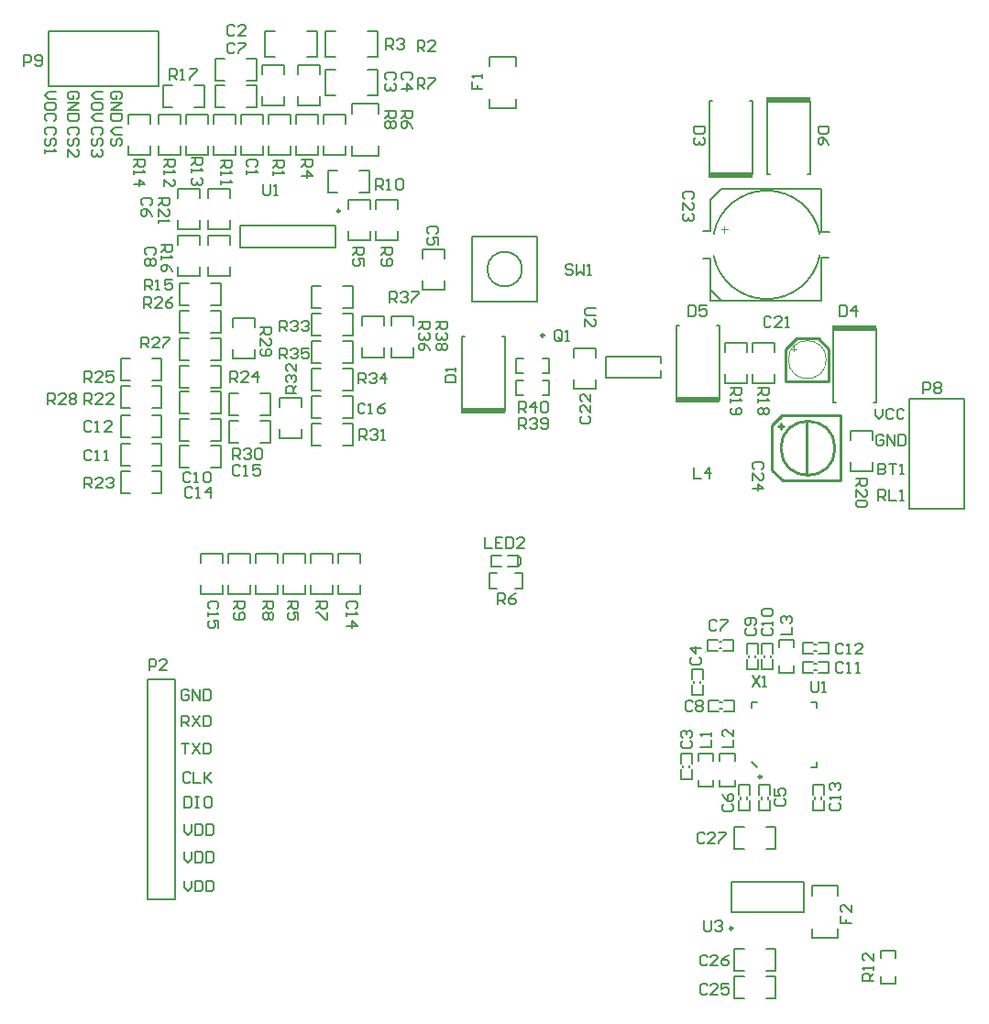
<source format=gto>
G04 Layer_Color=65535*
%FSLAX44Y44*%
%MOMM*%
G71*
G01*
G75*
%ADD27C,0.2540*%
%ADD43C,0.2000*%
%ADD60C,0.1524*%
%ADD61C,0.1000*%
%ADD62C,0.2500*%
%ADD63C,0.1270*%
%ADD64C,0.1778*%
%ADD65C,0.1016*%
%ADD66R,4.1656X0.5080*%
D27*
X755600Y70220D02*
G03*
X755600Y70220I-25000J0D01*
G01*
X740000Y172000D02*
X750000Y162000D01*
X720000Y172000D02*
X740000D01*
X710000Y162000D02*
X720000Y172000D01*
X710000Y132000D02*
Y162000D01*
Y132000D02*
X750000D01*
Y162000D01*
X703100Y90220D02*
X708100D01*
X760600Y40220D02*
Y100220D01*
X697600Y50220D02*
Y52220D01*
Y50220D02*
X707600Y40220D01*
X697600Y89220D02*
Y91220D01*
X705600Y99220D01*
X707600Y40220D02*
X760600D01*
X697600Y50220D02*
X705600Y42220D01*
X706600Y100220D02*
X760600D01*
X697600Y91220D02*
X706600Y100220D01*
X697600Y50220D02*
Y91220D01*
X729600Y46220D02*
Y94220D01*
X705600Y87720D02*
Y92720D01*
D43*
X594710Y135730D02*
Y142345D01*
X543910Y135730D02*
X594710D01*
X543910D02*
Y154780D01*
X594710D01*
Y148695D02*
Y154780D01*
X130795Y404594D02*
Y455393D01*
X29195Y404594D02*
Y455393D01*
X130795D01*
X29195Y404594D02*
X130795D01*
X824601Y14199D02*
X875401D01*
X824601Y115799D02*
X875401D01*
Y14199D02*
Y115799D01*
X824601Y14199D02*
Y115799D01*
X206540Y255800D02*
Y275800D01*
X294540Y255800D02*
Y275800D01*
X206540Y255800D02*
X294540D01*
X206540Y275800D02*
X294540D01*
X120330Y-346710D02*
Y-143510D01*
Y-346710D02*
X145730D01*
Y-143510D01*
X120330D02*
X145730D01*
X737090Y-253730D02*
Y-251730D01*
X743090Y-253730D02*
Y-251730D01*
X733340Y-224310D02*
X738340D01*
Y-219310D01*
Y-169310D02*
Y-164310D01*
X733340D02*
X738340D01*
X678340D02*
X683340D01*
X678340Y-169310D02*
Y-164310D01*
Y-219310D02*
X683340Y-224310D01*
X736550Y-129080D02*
X738550D01*
X736550Y-135080D02*
X738550D01*
X736550Y-117300D02*
X738550D01*
X736550Y-111300D02*
X738550D01*
X696100Y-122920D02*
Y-120920D01*
X690100Y-122920D02*
Y-120920D01*
X682130Y-122920D02*
Y-120920D01*
X676130Y-122920D02*
Y-120920D01*
X649320Y-164640D02*
X651320D01*
X649320Y-170640D02*
X651320D01*
X648920Y-114760D02*
X650920D01*
X648920Y-108760D02*
X650920D01*
X687560Y-253730D02*
Y-251730D01*
X693560Y-253730D02*
Y-251730D01*
X668510Y-253730D02*
Y-251730D01*
X674510Y-253730D02*
Y-251730D01*
X625330Y-146650D02*
Y-144650D01*
X631330Y-146650D02*
Y-144650D01*
X621170Y-224520D02*
Y-222520D01*
X615170Y-224520D02*
Y-222520D01*
X659600Y-358170D02*
X726600D01*
X659600Y-330170D02*
X726600D01*
X659600Y-358170D02*
Y-330170D01*
X726600Y-358170D02*
Y-330170D01*
D60*
X466478Y235640D02*
G03*
X466478Y235640I-16008J0D01*
G01*
X480470Y205640D02*
Y265640D01*
X420470D02*
X480470D01*
X420470Y205640D02*
Y265640D01*
Y205640D02*
X480470D01*
X735090Y-264480D02*
Y-255230D01*
Y-250230D02*
Y-240980D01*
X745090Y-264480D02*
Y-255230D01*
Y-250230D02*
Y-240980D01*
X735090Y-240980D02*
X745090Y-240980D01*
X735090Y-264480D02*
X745090D01*
X725800Y-127080D02*
X735050D01*
X740050D02*
X749300D01*
X725800Y-137080D02*
X735050D01*
X740050D02*
X749300D01*
X749300Y-127080D01*
X725800Y-137080D02*
Y-127080D01*
X740050Y-119300D02*
X749300D01*
X725800D02*
X735050D01*
X740050Y-109300D02*
X749300D01*
X725800D02*
X735050D01*
X725800Y-119300D02*
X725800Y-109300D01*
X749300Y-119300D02*
Y-109300D01*
X698100Y-119420D02*
Y-110170D01*
Y-133670D02*
Y-124420D01*
X688100Y-119420D02*
Y-110170D01*
Y-133670D02*
Y-124420D01*
Y-133670D02*
X698100Y-133670D01*
X688100Y-110170D02*
X698100D01*
X684130Y-119420D02*
Y-110170D01*
Y-133670D02*
Y-124420D01*
X674130Y-119420D02*
Y-110170D01*
Y-133670D02*
Y-124420D01*
Y-133670D02*
X684130Y-133670D01*
X674130Y-110170D02*
X684130D01*
X638570Y-162640D02*
X647820D01*
X652820D02*
X662070D01*
X638570Y-172640D02*
X647820D01*
X652820D02*
X662070D01*
X662070Y-162640D01*
X638570Y-172640D02*
Y-162640D01*
X652420Y-116760D02*
X661670D01*
X638170D02*
X647420D01*
X652420Y-106760D02*
X661670D01*
X638170D02*
X647420D01*
X638170Y-116760D02*
X638170Y-106760D01*
X661670Y-116760D02*
Y-106760D01*
X685560Y-264480D02*
Y-255230D01*
Y-250230D02*
Y-240980D01*
X695560Y-264480D02*
Y-255230D01*
Y-250230D02*
Y-240980D01*
X685560Y-240980D02*
X695560Y-240980D01*
X685560Y-264480D02*
X695560D01*
X666510D02*
Y-255230D01*
Y-250230D02*
Y-240980D01*
X676510Y-264480D02*
Y-255230D01*
Y-250230D02*
Y-240980D01*
X666510Y-240980D02*
X676510Y-240980D01*
X666510Y-264480D02*
X676510D01*
X623330Y-157400D02*
Y-148150D01*
Y-143150D02*
Y-133900D01*
X633330Y-157400D02*
Y-148150D01*
Y-143150D02*
Y-133900D01*
X623330Y-133900D02*
X633330Y-133900D01*
X623330Y-157400D02*
X633330D01*
X623170Y-221020D02*
Y-211770D01*
Y-235270D02*
Y-226020D01*
X613170Y-221020D02*
Y-211770D01*
Y-235270D02*
Y-226020D01*
Y-235270D02*
X623170Y-235270D01*
X613170Y-211770D02*
X623170D01*
D61*
X747500Y152000D02*
G03*
X747500Y152000I-17500J0D01*
G01*
X717500Y162000D02*
Y164500D01*
Y159500D02*
Y162000D01*
X715000D02*
X720000D01*
X635759Y-118309D02*
G03*
X635759Y-118309I-500J0D01*
G01*
D62*
X486760Y174360D02*
G03*
X486760Y174360I-1250J0D01*
G01*
X298390Y289300D02*
G03*
X298390Y289300I-1250J0D01*
G01*
X687590Y-233310D02*
G03*
X687590Y-233310I-1250J0D01*
G01*
X660850Y-373170D02*
G03*
X660850Y-373170I-1250J0D01*
G01*
D63*
X643442Y248180D02*
G03*
X741500Y248180I49029J9806D01*
G01*
X741529Y267986D02*
G03*
X643471Y267986I-49029J-9806D01*
G01*
X743250Y269930D02*
Y309680D01*
Y269930D02*
X750250D01*
X650500Y309680D02*
X743250D01*
Y246430D02*
X743250Y246430D01*
Y206680D02*
Y246430D01*
X633750Y270430D02*
X640250D01*
X633750Y245430D02*
X640250D01*
X640500Y270430D02*
Y299680D01*
X650500Y309680D01*
X743250Y246430D02*
X750000D01*
X640250Y231680D02*
Y245430D01*
X640500Y216680D02*
X650500Y206680D01*
X640250Y225180D02*
Y245430D01*
X640250Y225180D02*
X640250Y225180D01*
Y216680D02*
Y245430D01*
Y206680D02*
Y245430D01*
X640250Y206680D02*
X640250Y206680D01*
X640250Y206680D02*
X743250D01*
X513745Y238571D02*
X512079Y240237D01*
X508746D01*
X507080Y238571D01*
Y236905D01*
X508746Y235238D01*
X512079D01*
X513745Y233572D01*
Y231906D01*
X512079Y230240D01*
X508746D01*
X507080Y231906D01*
X517077Y240237D02*
Y230240D01*
X520409Y233572D01*
X523741Y230240D01*
Y240237D01*
X527074Y230240D02*
X530406D01*
X528740D01*
Y240237D01*
X527074Y238571D01*
X387141Y268025D02*
X388807Y269692D01*
Y273024D01*
X387141Y274690D01*
X380476D01*
X378810Y273024D01*
Y269692D01*
X380476Y268025D01*
X388807Y258029D02*
Y264693D01*
X383809D01*
X385475Y261361D01*
Y259695D01*
X383809Y258029D01*
X380476D01*
X378810Y259695D01*
Y263027D01*
X380476Y264693D01*
X220771Y330256D02*
X222437Y331922D01*
Y335254D01*
X220771Y336920D01*
X214106D01*
X212440Y335254D01*
Y331922D01*
X214106Y330256D01*
X212440Y326923D02*
Y323591D01*
Y325257D01*
X222437D01*
X220771Y326923D01*
X201325Y459551D02*
X199659Y461217D01*
X196326D01*
X194660Y459551D01*
Y452886D01*
X196326Y451220D01*
X199659D01*
X201325Y452886D01*
X211322Y451220D02*
X204657D01*
X211322Y457885D01*
Y459551D01*
X209655Y461217D01*
X206323D01*
X204657Y459551D01*
X348331Y410336D02*
X349997Y412002D01*
Y415334D01*
X348331Y417000D01*
X341666D01*
X340000Y415334D01*
Y412002D01*
X341666Y410336D01*
X348331Y407003D02*
X349997Y405337D01*
Y402005D01*
X348331Y400339D01*
X346665D01*
X344999Y402005D01*
Y403671D01*
Y402005D01*
X343332Y400339D01*
X341666D01*
X340000Y402005D01*
Y405337D01*
X341666Y407003D01*
X363331Y410336D02*
X364997Y412002D01*
Y415334D01*
X363331Y417000D01*
X356666D01*
X355000Y415334D01*
Y412002D01*
X356666Y410336D01*
X355000Y402005D02*
X364997D01*
X359999Y407003D01*
Y400339D01*
X122981Y294695D02*
X124647Y296362D01*
Y299694D01*
X122981Y301360D01*
X116316D01*
X114650Y299694D01*
Y296362D01*
X116316Y294695D01*
X124647Y284699D02*
X122981Y288031D01*
X119649Y291363D01*
X116316D01*
X114650Y289697D01*
Y286365D01*
X116316Y284699D01*
X117983D01*
X119649Y286365D01*
Y291363D01*
X201325Y443041D02*
X199659Y444707D01*
X196326D01*
X194660Y443041D01*
Y436376D01*
X196326Y434710D01*
X199659D01*
X201325Y436376D01*
X204657Y444707D02*
X211322D01*
Y443041D01*
X204657Y436376D01*
Y434710D01*
X126791Y248976D02*
X128457Y250642D01*
Y253974D01*
X126791Y255640D01*
X120126D01*
X118460Y253974D01*
Y250642D01*
X120126Y248976D01*
X126791Y245643D02*
X128457Y243977D01*
Y240645D01*
X126791Y238979D01*
X125125D01*
X123459Y240645D01*
X121792Y238979D01*
X120126D01*
X118460Y240645D01*
Y243977D01*
X120126Y245643D01*
X121792D01*
X123459Y243977D01*
X125125Y245643D01*
X126791D01*
X123459Y243977D02*
Y240645D01*
X160685Y46801D02*
X159019Y48467D01*
X155686D01*
X154020Y46801D01*
Y40136D01*
X155686Y38470D01*
X159019D01*
X160685Y40136D01*
X164017Y38470D02*
X167349D01*
X165683D01*
Y48467D01*
X164017Y46801D01*
X172348D02*
X174014Y48467D01*
X177346D01*
X179012Y46801D01*
Y40136D01*
X177346Y38470D01*
X174014D01*
X172348Y40136D01*
Y46801D01*
X69245Y67121D02*
X67579Y68787D01*
X64246D01*
X62580Y67121D01*
Y60456D01*
X64246Y58790D01*
X67579D01*
X69245Y60456D01*
X72577Y58790D02*
X75909D01*
X74243D01*
Y68787D01*
X72577Y67121D01*
X80908Y58790D02*
X84240D01*
X82574D01*
Y68787D01*
X80908Y67121D01*
X69245Y93791D02*
X67579Y95457D01*
X64246D01*
X62580Y93791D01*
Y87126D01*
X64246Y85460D01*
X67579D01*
X69245Y87126D01*
X72577Y85460D02*
X75909D01*
X74243D01*
Y95457D01*
X72577Y93791D01*
X87572Y85460D02*
X80908D01*
X87572Y92125D01*
Y93791D01*
X85906Y95457D01*
X82574D01*
X80908Y93791D01*
X161955Y32831D02*
X160289Y34497D01*
X156956D01*
X155290Y32831D01*
Y26166D01*
X156956Y24500D01*
X160289D01*
X161955Y26166D01*
X165287Y24500D02*
X168619D01*
X166953D01*
Y34497D01*
X165287Y32831D01*
X178616Y24500D02*
Y34497D01*
X173618Y29498D01*
X180282D01*
X206405Y53151D02*
X204739Y54817D01*
X201406D01*
X199740Y53151D01*
Y46486D01*
X201406Y44820D01*
X204739D01*
X206405Y46486D01*
X209737Y44820D02*
X213069D01*
X211403D01*
Y54817D01*
X209737Y53151D01*
X224732Y54817D02*
X218068D01*
Y49818D01*
X221400Y51485D01*
X223066D01*
X224732Y49818D01*
Y46486D01*
X223066Y44820D01*
X219734D01*
X218068Y46486D01*
X321665Y110331D02*
X319999Y111997D01*
X316666D01*
X315000Y110331D01*
Y103666D01*
X316666Y102000D01*
X319999D01*
X321665Y103666D01*
X324997Y102000D02*
X328329D01*
X326663D01*
Y111997D01*
X324997Y110331D01*
X339992Y111997D02*
X336660Y110331D01*
X333328Y106998D01*
Y103666D01*
X334994Y102000D01*
X338326D01*
X339992Y103666D01*
Y105332D01*
X338326Y106998D01*
X333328D01*
X696665Y190331D02*
X694999Y191997D01*
X691666D01*
X690000Y190331D01*
Y183666D01*
X691666Y182000D01*
X694999D01*
X696665Y183666D01*
X706662Y182000D02*
X699997D01*
X706662Y188664D01*
Y190331D01*
X704995Y191997D01*
X701663D01*
X699997Y190331D01*
X709994Y182000D02*
X713326D01*
X711660D01*
Y191997D01*
X709994Y190331D01*
X521610Y99745D02*
X519943Y98078D01*
Y94746D01*
X521610Y93080D01*
X528274D01*
X529940Y94746D01*
Y98078D01*
X528274Y99745D01*
X529940Y109741D02*
Y103077D01*
X523276Y109741D01*
X521610D01*
X519943Y108075D01*
Y104743D01*
X521610Y103077D01*
X529940Y119738D02*
Y113074D01*
X523276Y119738D01*
X521610D01*
X519943Y118072D01*
Y114740D01*
X521610Y113074D01*
X623331Y300336D02*
X624997Y302002D01*
Y305334D01*
X623331Y307000D01*
X616666D01*
X615000Y305334D01*
Y302002D01*
X616666Y300336D01*
X615000Y290339D02*
Y297003D01*
X621665Y290339D01*
X623331D01*
X624997Y292005D01*
Y295337D01*
X623331Y297003D01*
Y287006D02*
X624997Y285340D01*
Y282008D01*
X623331Y280342D01*
X621665D01*
X619999Y282008D01*
Y283674D01*
Y282008D01*
X618332Y280342D01*
X616666D01*
X615000Y282008D01*
Y285340D01*
X616666Y287006D01*
X688131Y50855D02*
X689797Y52522D01*
Y55854D01*
X688131Y57520D01*
X681466D01*
X679800Y55854D01*
Y52522D01*
X681466Y50855D01*
X679800Y40859D02*
Y47523D01*
X686465Y40859D01*
X688131D01*
X689797Y42525D01*
Y45857D01*
X688131Y47523D01*
X679800Y32528D02*
X689797D01*
X684799Y37527D01*
Y30862D01*
X634997Y367000D02*
X625000D01*
Y362002D01*
X626666Y360336D01*
X633331D01*
X634997Y362002D01*
Y367000D01*
X633331Y357003D02*
X634997Y355337D01*
Y352005D01*
X633331Y350339D01*
X631665D01*
X629999Y352005D01*
Y353671D01*
Y352005D01*
X628332Y350339D01*
X626666D01*
X625000Y352005D01*
Y355337D01*
X626666Y357003D01*
X760000Y201997D02*
Y192000D01*
X764999D01*
X766665Y193666D01*
Y200331D01*
X764999Y201997D01*
X760000D01*
X774995Y192000D02*
Y201997D01*
X769997Y196998D01*
X776662D01*
X620000Y201997D02*
Y192000D01*
X624999D01*
X626665Y193666D01*
Y200331D01*
X624999Y201997D01*
X620000D01*
X636661D02*
X629997D01*
Y196998D01*
X633329Y198665D01*
X634995D01*
X636661Y196998D01*
Y193666D01*
X634995Y192000D01*
X631663D01*
X629997Y193666D01*
X749997Y367000D02*
X740000D01*
Y362002D01*
X741666Y360336D01*
X748331D01*
X749997Y362002D01*
Y367000D01*
Y350339D02*
X748331Y353671D01*
X744999Y357003D01*
X741666D01*
X740000Y355337D01*
Y352005D01*
X741666Y350339D01*
X743333D01*
X744999Y352005D01*
Y357003D01*
X420003Y408665D02*
Y402000D01*
X425002D01*
Y405332D01*
Y402000D01*
X430000D01*
Y411997D02*
Y415329D01*
Y413663D01*
X420003D01*
X421670Y411997D01*
X625000Y51997D02*
Y42000D01*
X631665D01*
X639995D02*
Y51997D01*
X634997Y46998D01*
X641662D01*
X236570Y335650D02*
X246567D01*
Y330652D01*
X244901Y328985D01*
X241569D01*
X239902Y330652D01*
Y335650D01*
Y332318D02*
X236570Y328985D01*
Y325653D02*
Y322321D01*
Y323987D01*
X246567D01*
X244901Y325653D01*
X370000Y437000D02*
Y446997D01*
X374999D01*
X376665Y445331D01*
Y441998D01*
X374999Y440332D01*
X370000D01*
X373332D02*
X376665Y437000D01*
X386661D02*
X379997D01*
X386661Y443665D01*
Y445331D01*
X384995Y446997D01*
X381663D01*
X379997Y445331D01*
X340710Y438520D02*
Y448517D01*
X345709D01*
X347375Y446851D01*
Y443518D01*
X345709Y441852D01*
X340710D01*
X344043D02*
X347375Y438520D01*
X350707Y446851D02*
X352373Y448517D01*
X355705D01*
X357371Y446851D01*
Y445185D01*
X355705Y443518D01*
X354039D01*
X355705D01*
X357371Y441852D01*
Y440186D01*
X355705Y438520D01*
X352373D01*
X350707Y440186D01*
X263240Y336920D02*
X273237D01*
Y331922D01*
X271571Y330256D01*
X268239D01*
X266572Y331922D01*
Y336920D01*
Y333588D02*
X263240Y330256D01*
Y321925D02*
X273237D01*
X268239Y326923D01*
Y320259D01*
X310230Y255640D02*
X320227D01*
Y250642D01*
X318561Y248976D01*
X315229D01*
X313563Y250642D01*
Y255640D01*
Y252308D02*
X310230Y248976D01*
X320227Y238979D02*
Y245643D01*
X315229D01*
X316895Y242311D01*
Y240645D01*
X315229Y238979D01*
X311896D01*
X310230Y240645D01*
Y243977D01*
X311896Y245643D01*
X355000Y382000D02*
X364997D01*
Y377002D01*
X363331Y375336D01*
X359999D01*
X358332Y377002D01*
Y382000D01*
Y378668D02*
X355000Y375336D01*
X364997Y365339D02*
X363331Y368671D01*
X359999Y372003D01*
X356666D01*
X355000Y370337D01*
Y367005D01*
X356666Y365339D01*
X358332D01*
X359999Y367005D01*
Y372003D01*
X370000Y402000D02*
Y411997D01*
X374999D01*
X376665Y410331D01*
Y406998D01*
X374999Y405332D01*
X370000D01*
X373332D02*
X376665Y402000D01*
X379997Y411997D02*
X386661D01*
Y410331D01*
X379997Y403666D01*
Y402000D01*
X340000Y382000D02*
X349997D01*
Y377002D01*
X348331Y375336D01*
X344999D01*
X343332Y377002D01*
Y382000D01*
Y378668D02*
X340000Y375336D01*
X348331Y372003D02*
X349997Y370337D01*
Y367005D01*
X348331Y365339D01*
X346665D01*
X344999Y367005D01*
X343332Y365339D01*
X341666D01*
X340000Y367005D01*
Y370337D01*
X341666Y372003D01*
X343332D01*
X344999Y370337D01*
X346665Y372003D01*
X348331D01*
X344999Y370337D02*
Y367005D01*
X336900Y255640D02*
X346897D01*
Y250642D01*
X345231Y248976D01*
X341899D01*
X340233Y250642D01*
Y255640D01*
Y252308D02*
X336900Y248976D01*
X338566Y245643D02*
X336900Y243977D01*
Y240645D01*
X338566Y238979D01*
X345231D01*
X346897Y240645D01*
Y243977D01*
X345231Y245643D01*
X343565D01*
X341899Y243977D01*
Y238979D01*
X331820Y308980D02*
Y318977D01*
X336819D01*
X338485Y317311D01*
Y313978D01*
X336819Y312312D01*
X331820D01*
X335153D02*
X338485Y308980D01*
X341817D02*
X345149D01*
X343483D01*
Y318977D01*
X341817Y317311D01*
X350148D02*
X351814Y318977D01*
X355146D01*
X356812Y317311D01*
Y310646D01*
X355146Y308980D01*
X351814D01*
X350148Y310646D01*
Y317311D01*
X188310Y335650D02*
X198307D01*
Y330652D01*
X196641Y328985D01*
X193309D01*
X191642Y330652D01*
Y335650D01*
Y332318D02*
X188310Y328985D01*
Y325653D02*
Y322321D01*
Y323987D01*
X198307D01*
X196641Y325653D01*
X188310Y317323D02*
Y313990D01*
Y315657D01*
X198307D01*
X196641Y317323D01*
X136240Y336920D02*
X146237D01*
Y331922D01*
X144571Y330256D01*
X141239D01*
X139572Y331922D01*
Y336920D01*
Y333588D02*
X136240Y330256D01*
Y326923D02*
Y323591D01*
Y325257D01*
X146237D01*
X144571Y326923D01*
X136240Y311928D02*
Y318593D01*
X142905Y311928D01*
X144571D01*
X146237Y313594D01*
Y316926D01*
X144571Y318593D01*
X161640Y338190D02*
X171637D01*
Y333192D01*
X169971Y331525D01*
X166639D01*
X164972Y333192D01*
Y338190D01*
Y334858D02*
X161640Y331525D01*
Y328193D02*
Y324861D01*
Y326527D01*
X171637D01*
X169971Y328193D01*
Y319863D02*
X171637Y318197D01*
Y314864D01*
X169971Y313198D01*
X168305D01*
X166639Y314864D01*
Y316530D01*
Y314864D01*
X164972Y313198D01*
X163306D01*
X161640Y314864D01*
Y318197D01*
X163306Y319863D01*
X108300Y336920D02*
X118297D01*
Y331922D01*
X116631Y330256D01*
X113299D01*
X111632Y331922D01*
Y336920D01*
Y333588D02*
X108300Y330256D01*
Y326923D02*
Y323591D01*
Y325257D01*
X118297D01*
X116631Y326923D01*
X108300Y313594D02*
X118297D01*
X113299Y318593D01*
Y311928D01*
X118460Y216270D02*
Y226267D01*
X123459D01*
X125125Y224601D01*
Y221268D01*
X123459Y219602D01*
X118460D01*
X121792D02*
X125125Y216270D01*
X128457D02*
X131789D01*
X130123D01*
Y226267D01*
X128457Y224601D01*
X143452Y226267D02*
X136788D01*
Y221268D01*
X140120Y222935D01*
X141786D01*
X143452Y221268D01*
Y217936D01*
X141786Y216270D01*
X138454D01*
X136788Y217936D01*
X133700Y258180D02*
X143697D01*
Y253182D01*
X142031Y251516D01*
X138699D01*
X137032Y253182D01*
Y258180D01*
Y254848D02*
X133700Y251516D01*
Y248183D02*
Y244851D01*
Y246517D01*
X143697D01*
X142031Y248183D01*
X143697Y233188D02*
X142031Y236520D01*
X138699Y239853D01*
X135366D01*
X133700Y238186D01*
Y234854D01*
X135366Y233188D01*
X137032D01*
X138699Y234854D01*
Y239853D01*
X141320Y410580D02*
Y420577D01*
X146319D01*
X147985Y418911D01*
Y415578D01*
X146319Y413912D01*
X141320D01*
X144653D02*
X147985Y410580D01*
X151317D02*
X154649D01*
X152983D01*
Y420577D01*
X151317Y418911D01*
X159648Y420577D02*
X166312D01*
Y418911D01*
X159648Y412246D01*
Y410580D01*
X684880Y126100D02*
X694877D01*
Y121102D01*
X693211Y119436D01*
X689879D01*
X688213Y121102D01*
Y126100D01*
Y122768D02*
X684880Y119436D01*
Y116103D02*
Y112771D01*
Y114437D01*
X694877D01*
X693211Y116103D01*
Y107773D02*
X694877Y106107D01*
Y102774D01*
X693211Y101108D01*
X691545D01*
X689879Y102774D01*
X688213Y101108D01*
X686546D01*
X684880Y102774D01*
Y106107D01*
X686546Y107773D01*
X688213D01*
X689879Y106107D01*
X691545Y107773D01*
X693211D01*
X689879Y106107D02*
Y102774D01*
X659480Y126100D02*
X669477D01*
Y121102D01*
X667811Y119436D01*
X664479D01*
X662812Y121102D01*
Y126100D01*
Y122768D02*
X659480Y119436D01*
Y116103D02*
Y112771D01*
Y114437D01*
X669477D01*
X667811Y116103D01*
X661146Y107773D02*
X659480Y106107D01*
Y102774D01*
X661146Y101108D01*
X667811D01*
X669477Y102774D01*
Y106107D01*
X667811Y107773D01*
X666145D01*
X664479Y106107D01*
Y101108D01*
X775050Y42280D02*
X785047D01*
Y37282D01*
X783381Y35615D01*
X780049D01*
X778382Y37282D01*
Y42280D01*
Y38948D02*
X775050Y35615D01*
Y25619D02*
Y32283D01*
X781715Y25619D01*
X783381D01*
X785047Y27285D01*
Y30617D01*
X783381Y32283D01*
Y22287D02*
X785047Y20620D01*
Y17288D01*
X783381Y15622D01*
X776716D01*
X775050Y17288D01*
Y20620D01*
X776716Y22287D01*
X783381D01*
X131160Y301360D02*
X141157D01*
Y296362D01*
X139491Y294695D01*
X136159D01*
X134493Y296362D01*
Y301360D01*
Y298028D02*
X131160Y294695D01*
Y284699D02*
Y291363D01*
X137825Y284699D01*
X139491D01*
X141157Y286365D01*
Y289697D01*
X139491Y291363D01*
X131160Y281367D02*
Y278034D01*
Y279700D01*
X141157D01*
X139491Y281367D01*
X62580Y110860D02*
Y120857D01*
X67579D01*
X69245Y119191D01*
Y115858D01*
X67579Y114192D01*
X62580D01*
X65912D02*
X69245Y110860D01*
X79241D02*
X72577D01*
X79241Y117525D01*
Y119191D01*
X77575Y120857D01*
X74243D01*
X72577Y119191D01*
X89238Y110860D02*
X82574D01*
X89238Y117525D01*
Y119191D01*
X87572Y120857D01*
X84240D01*
X82574Y119191D01*
X62580Y33390D02*
Y43387D01*
X67579D01*
X69245Y41721D01*
Y38388D01*
X67579Y36722D01*
X62580D01*
X65912D02*
X69245Y33390D01*
X79241D02*
X72577D01*
X79241Y40055D01*
Y41721D01*
X77575Y43387D01*
X74243D01*
X72577Y41721D01*
X82574D02*
X84240Y43387D01*
X87572D01*
X89238Y41721D01*
Y40055D01*
X87572Y38388D01*
X85906D01*
X87572D01*
X89238Y36722D01*
Y35056D01*
X87572Y33390D01*
X84240D01*
X82574Y35056D01*
X197200Y131180D02*
Y141177D01*
X202199D01*
X203865Y139511D01*
Y136178D01*
X202199Y134512D01*
X197200D01*
X200532D02*
X203865Y131180D01*
X213862D02*
X207197D01*
X213862Y137845D01*
Y139511D01*
X212195Y141177D01*
X208863D01*
X207197Y139511D01*
X222192Y131180D02*
Y141177D01*
X217194Y136178D01*
X223858D01*
X62580Y131180D02*
Y141177D01*
X67579D01*
X69245Y139511D01*
Y136178D01*
X67579Y134512D01*
X62580D01*
X65912D02*
X69245Y131180D01*
X79241D02*
X72577D01*
X79241Y137845D01*
Y139511D01*
X77575Y141177D01*
X74243D01*
X72577Y139511D01*
X89238Y141177D02*
X82574D01*
Y136178D01*
X85906Y137845D01*
X87572D01*
X89238Y136178D01*
Y132846D01*
X87572Y131180D01*
X84240D01*
X82574Y132846D01*
X117190Y199760D02*
Y209757D01*
X122189D01*
X123855Y208091D01*
Y204758D01*
X122189Y203092D01*
X117190D01*
X120522D02*
X123855Y199760D01*
X133851D02*
X127187D01*
X133851Y206425D01*
Y208091D01*
X132185Y209757D01*
X128853D01*
X127187Y208091D01*
X143848Y209757D02*
X140516Y208091D01*
X137184Y204758D01*
Y201426D01*
X138850Y199760D01*
X142182D01*
X143848Y201426D01*
Y203092D01*
X142182Y204758D01*
X137184D01*
X114650Y162930D02*
Y172927D01*
X119649D01*
X121315Y171261D01*
Y167928D01*
X119649Y166262D01*
X114650D01*
X117983D02*
X121315Y162930D01*
X131312D02*
X124647D01*
X131312Y169595D01*
Y171261D01*
X129645Y172927D01*
X126313D01*
X124647Y171261D01*
X134644Y172927D02*
X141308D01*
Y171261D01*
X134644Y164596D01*
Y162930D01*
X28290Y110860D02*
Y120857D01*
X33289D01*
X34955Y119191D01*
Y115858D01*
X33289Y114192D01*
X28290D01*
X31623D02*
X34955Y110860D01*
X44952D02*
X38287D01*
X44952Y117525D01*
Y119191D01*
X43285Y120857D01*
X39953D01*
X38287Y119191D01*
X48284D02*
X49950Y120857D01*
X53282D01*
X54948Y119191D01*
Y117525D01*
X53282Y115858D01*
X54948Y114192D01*
Y112526D01*
X53282Y110860D01*
X49950D01*
X48284Y112526D01*
Y114192D01*
X49950Y115858D01*
X48284Y117525D01*
Y119191D01*
X49950Y115858D02*
X53282D01*
X225140Y181980D02*
X235137D01*
Y176982D01*
X233471Y175315D01*
X230139D01*
X228472Y176982D01*
Y181980D01*
Y178648D02*
X225140Y175315D01*
Y165319D02*
Y171983D01*
X231805Y165319D01*
X233471D01*
X235137Y166985D01*
Y170317D01*
X233471Y171983D01*
X226806Y161987D02*
X225140Y160320D01*
Y156988D01*
X226806Y155322D01*
X233471D01*
X235137Y156988D01*
Y160320D01*
X233471Y161987D01*
X231805D01*
X230139Y160320D01*
Y155322D01*
X199740Y60060D02*
Y70057D01*
X204739D01*
X206405Y68391D01*
Y65058D01*
X204739Y63392D01*
X199740D01*
X203072D02*
X206405Y60060D01*
X209737Y68391D02*
X211403Y70057D01*
X214735D01*
X216402Y68391D01*
Y66725D01*
X214735Y65058D01*
X213069D01*
X214735D01*
X216402Y63392D01*
Y61726D01*
X214735Y60060D01*
X211403D01*
X209737Y61726D01*
X219734Y68391D02*
X221400Y70057D01*
X224732D01*
X226398Y68391D01*
Y61726D01*
X224732Y60060D01*
X221400D01*
X219734Y61726D01*
Y68391D01*
X316580Y77840D02*
Y87837D01*
X321579D01*
X323245Y86171D01*
Y82838D01*
X321579Y81172D01*
X316580D01*
X319912D02*
X323245Y77840D01*
X326577Y86171D02*
X328243Y87837D01*
X331575D01*
X333242Y86171D01*
Y84505D01*
X331575Y82838D01*
X329909D01*
X331575D01*
X333242Y81172D01*
Y79506D01*
X331575Y77840D01*
X328243D01*
X326577Y79506D01*
X336574Y77840D02*
X339906D01*
X338240D01*
Y87837D01*
X336574Y86171D01*
X258160Y121020D02*
X248163D01*
Y126018D01*
X249830Y127685D01*
X253162D01*
X254828Y126018D01*
Y121020D01*
Y124352D02*
X258160Y127685D01*
X249830Y131017D02*
X248163Y132683D01*
Y136015D01*
X249830Y137681D01*
X251496D01*
X253162Y136015D01*
Y134349D01*
Y136015D01*
X254828Y137681D01*
X256494D01*
X258160Y136015D01*
Y132683D01*
X256494Y131017D01*
X258160Y147678D02*
Y141014D01*
X251496Y147678D01*
X249830D01*
X248163Y146012D01*
Y142680D01*
X249830Y141014D01*
X242920Y178170D02*
Y188167D01*
X247919D01*
X249585Y186501D01*
Y183168D01*
X247919Y181502D01*
X242920D01*
X246252D02*
X249585Y178170D01*
X252917Y186501D02*
X254583Y188167D01*
X257915D01*
X259582Y186501D01*
Y184835D01*
X257915Y183168D01*
X256249D01*
X257915D01*
X259582Y181502D01*
Y179836D01*
X257915Y178170D01*
X254583D01*
X252917Y179836D01*
X262914Y186501D02*
X264580Y188167D01*
X267912D01*
X269578Y186501D01*
Y184835D01*
X267912Y183168D01*
X266246D01*
X267912D01*
X269578Y181502D01*
Y179836D01*
X267912Y178170D01*
X264580D01*
X262914Y179836D01*
X315310Y129910D02*
Y139907D01*
X320309D01*
X321975Y138241D01*
Y134908D01*
X320309Y133242D01*
X315310D01*
X318643D02*
X321975Y129910D01*
X325307Y138241D02*
X326973Y139907D01*
X330305D01*
X331972Y138241D01*
Y136575D01*
X330305Y134908D01*
X328639D01*
X330305D01*
X331972Y133242D01*
Y131576D01*
X330305Y129910D01*
X326973D01*
X325307Y131576D01*
X340302Y129910D02*
Y139907D01*
X335304Y134908D01*
X341968D01*
X242920Y152770D02*
Y162767D01*
X247919D01*
X249585Y161101D01*
Y157768D01*
X247919Y156102D01*
X242920D01*
X246252D02*
X249585Y152770D01*
X252917Y161101D02*
X254583Y162767D01*
X257915D01*
X259582Y161101D01*
Y159435D01*
X257915Y157768D01*
X256249D01*
X257915D01*
X259582Y156102D01*
Y154436D01*
X257915Y152770D01*
X254583D01*
X252917Y154436D01*
X269578Y162767D02*
X262914D01*
Y157768D01*
X266246Y159435D01*
X267912D01*
X269578Y157768D01*
Y154436D01*
X267912Y152770D01*
X264580D01*
X262914Y154436D01*
X371190Y187060D02*
X381187D01*
Y182062D01*
X379521Y180396D01*
X376189D01*
X374523Y182062D01*
Y187060D01*
Y183728D02*
X371190Y180396D01*
X379521Y177063D02*
X381187Y175397D01*
Y172065D01*
X379521Y170399D01*
X377855D01*
X376189Y172065D01*
Y173731D01*
Y172065D01*
X374523Y170399D01*
X372856D01*
X371190Y172065D01*
Y175397D01*
X372856Y177063D01*
X381187Y160402D02*
X379521Y163734D01*
X376189Y167066D01*
X372856D01*
X371190Y165400D01*
Y162068D01*
X372856Y160402D01*
X374523D01*
X376189Y162068D01*
Y167066D01*
X344520Y204840D02*
Y214837D01*
X349519D01*
X351185Y213171D01*
Y209838D01*
X349519Y208172D01*
X344520D01*
X347853D02*
X351185Y204840D01*
X354517Y213171D02*
X356183Y214837D01*
X359515D01*
X361181Y213171D01*
Y211505D01*
X359515Y209838D01*
X357849D01*
X359515D01*
X361181Y208172D01*
Y206506D01*
X359515Y204840D01*
X356183D01*
X354517Y206506D01*
X364514Y214837D02*
X371178D01*
Y213171D01*
X364514Y206506D01*
Y204840D01*
X387700Y187060D02*
X397697D01*
Y182062D01*
X396031Y180396D01*
X392699D01*
X391032Y182062D01*
Y187060D01*
Y183728D02*
X387700Y180396D01*
X396031Y177063D02*
X397697Y175397D01*
Y172065D01*
X396031Y170399D01*
X394365D01*
X392699Y172065D01*
Y173731D01*
Y172065D01*
X391032Y170399D01*
X389366D01*
X387700Y172065D01*
Y175397D01*
X389366Y177063D01*
X396031Y167066D02*
X397697Y165400D01*
Y162068D01*
X396031Y160402D01*
X394365D01*
X392699Y162068D01*
X391032Y160402D01*
X389366D01*
X387700Y162068D01*
Y165400D01*
X389366Y167066D01*
X391032D01*
X392699Y165400D01*
X394365Y167066D01*
X396031D01*
X392699Y165400D02*
Y162068D01*
X227680Y313897D02*
Y305566D01*
X229346Y303900D01*
X232679D01*
X234345Y305566D01*
Y313897D01*
X237677Y303900D02*
X241009D01*
X239343D01*
Y313897D01*
X237677Y312231D01*
X534857Y199760D02*
X526526D01*
X524860Y198094D01*
Y194762D01*
X526526Y193095D01*
X534857D01*
X524860Y183099D02*
Y189763D01*
X531525Y183099D01*
X533191D01*
X534857Y184765D01*
Y188097D01*
X533191Y189763D01*
X395483Y131180D02*
X405480D01*
Y136178D01*
X403814Y137845D01*
X397150D01*
X395483Y136178D01*
Y131180D01*
X405480Y141177D02*
Y144509D01*
Y142843D01*
X395483D01*
X397150Y141177D01*
X503585Y170946D02*
Y177611D01*
X501919Y179277D01*
X498586D01*
X496920Y177611D01*
Y170946D01*
X498586Y169280D01*
X501919D01*
X500252Y172612D02*
X503585Y169280D01*
X501919D02*
X503585Y170946D01*
X506917Y169280D02*
X510249D01*
X508583D01*
Y179277D01*
X506917Y177611D01*
X463900Y88000D02*
Y97997D01*
X468899D01*
X470565Y96331D01*
Y92998D01*
X468899Y91332D01*
X463900D01*
X467233D02*
X470565Y88000D01*
X473897Y96331D02*
X475563Y97997D01*
X478895D01*
X480561Y96331D01*
Y94665D01*
X478895Y92998D01*
X477229D01*
X478895D01*
X480561Y91332D01*
Y89666D01*
X478895Y88000D01*
X475563D01*
X473897Y89666D01*
X483894D02*
X485560Y88000D01*
X488892D01*
X490558Y89666D01*
Y96331D01*
X488892Y97997D01*
X485560D01*
X483894Y96331D01*
Y94665D01*
X485560Y92998D01*
X490558D01*
X463900Y103240D02*
Y113237D01*
X468899D01*
X470565Y111571D01*
Y108238D01*
X468899Y106572D01*
X463900D01*
X467233D02*
X470565Y103240D01*
X478895D02*
Y113237D01*
X473897Y108238D01*
X480561D01*
X483894Y111571D02*
X485560Y113237D01*
X488892D01*
X490558Y111571D01*
Y104906D01*
X488892Y103240D01*
X485560D01*
X483894Y104906D01*
Y111571D01*
X837280Y121020D02*
Y131017D01*
X842279D01*
X843945Y129351D01*
Y126018D01*
X842279Y124352D01*
X837280D01*
X847277Y129351D02*
X848943Y131017D01*
X852275D01*
X853941Y129351D01*
Y127685D01*
X852275Y126018D01*
X853941Y124352D01*
Y122686D01*
X852275Y121020D01*
X848943D01*
X847277Y122686D01*
Y124352D01*
X848943Y126018D01*
X847277Y127685D01*
Y129351D01*
X848943Y126018D02*
X852275D01*
X6700Y423280D02*
Y433277D01*
X11699D01*
X13365Y431611D01*
Y428278D01*
X11699Y426612D01*
X6700D01*
X16697Y424946D02*
X18363Y423280D01*
X21695D01*
X23361Y424946D01*
Y431611D01*
X21695Y433277D01*
X18363D01*
X16697Y431611D01*
Y429945D01*
X18363Y428278D01*
X23361D01*
X34081Y359465D02*
X35747Y361132D01*
Y364464D01*
X34081Y366130D01*
X27416D01*
X25750Y364464D01*
Y361132D01*
X27416Y359465D01*
X34081Y349469D02*
X35747Y351135D01*
Y354467D01*
X34081Y356133D01*
X32415D01*
X30749Y354467D01*
Y351135D01*
X29083Y349469D01*
X27416D01*
X25750Y351135D01*
Y354467D01*
X27416Y356133D01*
X25750Y346137D02*
Y342804D01*
Y344470D01*
X35747D01*
X34081Y346137D01*
X55671Y359465D02*
X57337Y361132D01*
Y364464D01*
X55671Y366130D01*
X49006D01*
X47340Y364464D01*
Y361132D01*
X49006Y359465D01*
X55671Y349469D02*
X57337Y351135D01*
Y354467D01*
X55671Y356133D01*
X54005D01*
X52339Y354467D01*
Y351135D01*
X50672Y349469D01*
X49006D01*
X47340Y351135D01*
Y354467D01*
X49006Y356133D01*
X47340Y339472D02*
Y346137D01*
X54005Y339472D01*
X55671D01*
X57337Y341138D01*
Y344470D01*
X55671Y346137D01*
X77261Y359465D02*
X78927Y361132D01*
Y364464D01*
X77261Y366130D01*
X70596D01*
X68930Y364464D01*
Y361132D01*
X70596Y359465D01*
X77261Y349469D02*
X78927Y351135D01*
Y354467D01*
X77261Y356133D01*
X75595D01*
X73929Y354467D01*
Y351135D01*
X72263Y349469D01*
X70596D01*
X68930Y351135D01*
Y354467D01*
X70596Y356133D01*
X77261Y346137D02*
X78927Y344470D01*
Y341138D01*
X77261Y339472D01*
X75595D01*
X73929Y341138D01*
Y342804D01*
Y341138D01*
X72263Y339472D01*
X70596D01*
X68930Y341138D01*
Y344470D01*
X70596Y346137D01*
X96707Y366130D02*
X90042D01*
X86710Y362798D01*
X90042Y359465D01*
X96707D01*
X95041Y349469D02*
X96707Y351135D01*
Y354467D01*
X95041Y356133D01*
X93375D01*
X91709Y354467D01*
Y351135D01*
X90042Y349469D01*
X88376D01*
X86710Y351135D01*
Y354467D01*
X88376Y356133D01*
X35747Y399150D02*
X29083D01*
X25750Y395818D01*
X29083Y392486D01*
X35747D01*
Y384155D02*
Y387487D01*
X34081Y389153D01*
X27416D01*
X25750Y387487D01*
Y384155D01*
X27416Y382489D01*
X34081D01*
X35747Y384155D01*
X34081Y372492D02*
X35747Y374158D01*
Y377490D01*
X34081Y379156D01*
X27416D01*
X25750Y377490D01*
Y374158D01*
X27416Y372492D01*
X55671Y392486D02*
X57337Y394152D01*
Y397484D01*
X55671Y399150D01*
X49006D01*
X47340Y397484D01*
Y394152D01*
X49006Y392486D01*
X52339D01*
Y395818D01*
X47340Y389153D02*
X57337D01*
X47340Y382489D01*
X57337D01*
Y379156D02*
X47340D01*
Y374158D01*
X49006Y372492D01*
X55671D01*
X57337Y374158D01*
Y379156D01*
X78927Y399150D02*
X72263D01*
X68930Y395818D01*
X72263Y392486D01*
X78927D01*
Y384155D02*
Y387487D01*
X77261Y389153D01*
X70596D01*
X68930Y387487D01*
Y384155D01*
X70596Y382489D01*
X77261D01*
X78927Y384155D01*
Y379156D02*
X72263D01*
X68930Y375824D01*
X72263Y372492D01*
X78927D01*
X95041Y392486D02*
X96707Y394152D01*
Y397484D01*
X95041Y399150D01*
X88376D01*
X86710Y397484D01*
Y394152D01*
X88376Y392486D01*
X91709D01*
Y395818D01*
X86710Y389153D02*
X96707D01*
X86710Y382489D01*
X96707D01*
Y379156D02*
X86710D01*
Y374158D01*
X88376Y372492D01*
X95041D01*
X96707Y374158D01*
Y379156D01*
X792830Y106887D02*
Y100222D01*
X796162Y96890D01*
X799495Y100222D01*
Y106887D01*
X809492Y105221D02*
X807825Y106887D01*
X804493D01*
X802827Y105221D01*
Y98556D01*
X804493Y96890D01*
X807825D01*
X809492Y98556D01*
X819488Y105221D02*
X817822Y106887D01*
X814490D01*
X812824Y105221D01*
Y98556D01*
X814490Y96890D01*
X817822D01*
X819488Y98556D01*
X800765Y81091D02*
X799099Y82757D01*
X795766D01*
X794100Y81091D01*
Y74426D01*
X795766Y72760D01*
X799099D01*
X800765Y74426D01*
Y77758D01*
X797432D01*
X804097Y72760D02*
Y82757D01*
X810761Y72760D01*
Y82757D01*
X814094D02*
Y72760D01*
X819092D01*
X820758Y74426D01*
Y81091D01*
X819092Y82757D01*
X814094D01*
X795370Y56087D02*
Y46090D01*
X800369D01*
X802035Y47756D01*
Y49422D01*
X800369Y51088D01*
X795370D01*
X800369D01*
X802035Y52755D01*
Y54421D01*
X800369Y56087D01*
X795370D01*
X805367D02*
X812031D01*
X808699D01*
Y46090D01*
X815364D02*
X818696D01*
X817030D01*
Y56087D01*
X815364Y54421D01*
X795370Y21960D02*
Y31957D01*
X800369D01*
X802035Y30291D01*
Y26958D01*
X800369Y25292D01*
X795370D01*
X798702D02*
X802035Y21960D01*
X805367Y31957D02*
Y21960D01*
X812031D01*
X815364D02*
X818696D01*
X817030D01*
Y31957D01*
X815364Y30291D01*
X438465Y-29210D02*
X447355D01*
X438465Y-39370D02*
X447355D01*
X438465D02*
Y-29210D01*
X465135Y-36830D02*
Y-31750D01*
X462595Y-39370D02*
Y-29210D01*
X453705D02*
X462595D01*
X465135Y-31750D01*
X453705Y-39370D02*
X462595D01*
X465135Y-36830D01*
X614919Y-200345D02*
X613253Y-202012D01*
Y-205344D01*
X614919Y-207010D01*
X621584D01*
X623250Y-205344D01*
Y-202012D01*
X621584Y-200345D01*
X614919Y-197013D02*
X613253Y-195347D01*
Y-192015D01*
X614919Y-190349D01*
X616586D01*
X618252Y-192015D01*
Y-193681D01*
Y-192015D01*
X619918Y-190349D01*
X621584D01*
X623250Y-192015D01*
Y-195347D01*
X621584Y-197013D01*
X623809Y-122875D02*
X622143Y-124542D01*
Y-127874D01*
X623809Y-129540D01*
X630474D01*
X632140Y-127874D01*
Y-124542D01*
X630474Y-122875D01*
X632140Y-114545D02*
X622143D01*
X627142Y-119543D01*
Y-112879D01*
X701279Y-253685D02*
X699613Y-255352D01*
Y-258684D01*
X701279Y-260350D01*
X707944D01*
X709610Y-258684D01*
Y-255352D01*
X707944Y-253685D01*
X699613Y-243689D02*
Y-250353D01*
X704612D01*
X702945Y-247021D01*
Y-245355D01*
X704612Y-243689D01*
X707944D01*
X709610Y-245355D01*
Y-248687D01*
X707944Y-250353D01*
X653019Y-258766D02*
X651353Y-260432D01*
Y-263764D01*
X653019Y-265430D01*
X659684D01*
X661350Y-263764D01*
Y-260432D01*
X659684Y-258766D01*
X651353Y-248769D02*
X653019Y-252101D01*
X656352Y-255433D01*
X659684D01*
X661350Y-253767D01*
Y-250435D01*
X659684Y-248769D01*
X658018D01*
X656352Y-250435D01*
Y-255433D01*
X646552Y-90094D02*
X644885Y-88428D01*
X641553D01*
X639887Y-90094D01*
Y-96759D01*
X641553Y-98425D01*
X644885D01*
X646552Y-96759D01*
X649884Y-88428D02*
X656548D01*
Y-90094D01*
X649884Y-96759D01*
Y-98425D01*
X623965Y-164389D02*
X622298Y-162723D01*
X618966D01*
X617300Y-164389D01*
Y-171054D01*
X618966Y-172720D01*
X622298D01*
X623965Y-171054D01*
X627297Y-164389D02*
X628963Y-162723D01*
X632295D01*
X633961Y-164389D01*
Y-166056D01*
X632295Y-167722D01*
X633961Y-169388D01*
Y-171054D01*
X632295Y-172720D01*
X628963D01*
X627297Y-171054D01*
Y-169388D01*
X628963Y-167722D01*
X627297Y-166056D01*
Y-164389D01*
X628963Y-167722D02*
X632295D01*
X674609Y-96206D02*
X672943Y-97872D01*
Y-101204D01*
X674609Y-102870D01*
X681274D01*
X682940Y-101204D01*
Y-97872D01*
X681274Y-96206D01*
Y-92873D02*
X682940Y-91207D01*
Y-87875D01*
X681274Y-86209D01*
X674609D01*
X672943Y-87875D01*
Y-91207D01*
X674609Y-92873D01*
X676275D01*
X677942Y-91207D01*
Y-86209D01*
X689849Y-96206D02*
X688183Y-97872D01*
Y-101204D01*
X689849Y-102870D01*
X696514D01*
X698180Y-101204D01*
Y-97872D01*
X696514Y-96206D01*
X698180Y-92873D02*
Y-89541D01*
Y-91207D01*
X688183D01*
X689849Y-92873D01*
Y-84543D02*
X688183Y-82876D01*
Y-79544D01*
X689849Y-77878D01*
X696514D01*
X698180Y-79544D01*
Y-82876D01*
X696514Y-84543D01*
X689849D01*
X763264Y-128829D02*
X761598Y-127163D01*
X758266D01*
X756600Y-128829D01*
Y-135494D01*
X758266Y-137160D01*
X761598D01*
X763264Y-135494D01*
X766597Y-137160D02*
X769929D01*
X768263D01*
Y-127163D01*
X766597Y-128829D01*
X774927Y-137160D02*
X778260D01*
X776594D01*
Y-127163D01*
X774927Y-128829D01*
X762934Y-111569D02*
X761268Y-109903D01*
X757936D01*
X756270Y-111569D01*
Y-118234D01*
X757936Y-119900D01*
X761268D01*
X762934Y-118234D01*
X766267Y-119900D02*
X769599D01*
X767933D01*
Y-109903D01*
X766267Y-111569D01*
X781262Y-119900D02*
X774597D01*
X781262Y-113236D01*
Y-111569D01*
X779596Y-109903D01*
X776264D01*
X774597Y-111569D01*
X752079Y-257495D02*
X750413Y-259162D01*
Y-262494D01*
X752079Y-264160D01*
X758744D01*
X760410Y-262494D01*
Y-259162D01*
X758744Y-257495D01*
X760410Y-254163D02*
Y-250831D01*
Y-252497D01*
X750413D01*
X752079Y-254163D01*
Y-245833D02*
X750413Y-244166D01*
Y-240834D01*
X752079Y-239168D01*
X753745D01*
X755412Y-240834D01*
Y-242500D01*
Y-240834D01*
X757078Y-239168D01*
X758744D01*
X760410Y-240834D01*
Y-244166D01*
X758744Y-245833D01*
X637534Y-399339D02*
X635868Y-397673D01*
X632536D01*
X630870Y-399339D01*
Y-406004D01*
X632536Y-407670D01*
X635868D01*
X637534Y-406004D01*
X647531Y-407670D02*
X640867D01*
X647531Y-401006D01*
Y-399339D01*
X645865Y-397673D01*
X642533D01*
X640867Y-399339D01*
X657528Y-397673D02*
X654196Y-399339D01*
X650864Y-402672D01*
Y-406004D01*
X652530Y-407670D01*
X655862D01*
X657528Y-406004D01*
Y-404338D01*
X655862Y-402672D01*
X650864D01*
X634995Y-286309D02*
X633328Y-284643D01*
X629996D01*
X628330Y-286309D01*
Y-292974D01*
X629996Y-294640D01*
X633328D01*
X634995Y-292974D01*
X644991Y-294640D02*
X638327D01*
X644991Y-287976D01*
Y-286309D01*
X643325Y-284643D01*
X639993D01*
X638327Y-286309D01*
X648324Y-284643D02*
X654988D01*
Y-286309D01*
X648324Y-292974D01*
Y-294640D01*
X631033Y-205740D02*
X641030D01*
Y-199076D01*
Y-195743D02*
Y-192411D01*
Y-194077D01*
X631033D01*
X632699Y-195743D01*
X651353Y-206120D02*
X661350D01*
Y-199456D01*
Y-189459D02*
Y-196123D01*
X654686Y-189459D01*
X653019D01*
X651353Y-191125D01*
Y-194457D01*
X653019Y-196123D01*
X705963Y-101600D02*
X715960D01*
Y-94936D01*
X707629Y-91603D02*
X705963Y-89937D01*
Y-86605D01*
X707629Y-84939D01*
X709296D01*
X710962Y-86605D01*
Y-88271D01*
Y-86605D01*
X712628Y-84939D01*
X714294D01*
X715960Y-86605D01*
Y-89937D01*
X714294Y-91603D01*
X432003Y-12231D02*
Y-22227D01*
X438668D01*
X448665Y-12231D02*
X442000D01*
Y-22227D01*
X448665D01*
X442000Y-17229D02*
X445332D01*
X451997Y-12231D02*
Y-22227D01*
X456995D01*
X458661Y-20561D01*
Y-13897D01*
X456995Y-12231D01*
X451997D01*
X468658Y-22227D02*
X461994D01*
X468658Y-15563D01*
Y-13897D01*
X466992Y-12231D01*
X463660D01*
X461994Y-13897D01*
X121981Y-135001D02*
Y-125004D01*
X126979D01*
X128645Y-126670D01*
Y-130003D01*
X126979Y-131669D01*
X121981D01*
X138642Y-135001D02*
X131978D01*
X138642Y-128336D01*
Y-126670D01*
X136976Y-125004D01*
X133644D01*
X131978Y-126670D01*
X444180Y-73660D02*
Y-63663D01*
X449178D01*
X450844Y-65329D01*
Y-68662D01*
X449178Y-70328D01*
X444180D01*
X447512D02*
X450844Y-73660D01*
X460841Y-63663D02*
X457509Y-65329D01*
X454177Y-68662D01*
Y-71994D01*
X455843Y-73660D01*
X459175D01*
X460841Y-71994D01*
Y-70328D01*
X459175Y-68662D01*
X454177D01*
X790890Y-421640D02*
X780893D01*
Y-416642D01*
X782559Y-414976D01*
X785892D01*
X787558Y-416642D01*
Y-421640D01*
Y-418308D02*
X790890Y-414976D01*
Y-411643D02*
Y-408311D01*
Y-409977D01*
X780893D01*
X782559Y-411643D01*
X790890Y-396648D02*
Y-403313D01*
X784225Y-396648D01*
X782559D01*
X780893Y-398314D01*
Y-401646D01*
X782559Y-403313D01*
X733740Y-144943D02*
Y-153274D01*
X735406Y-154940D01*
X738738D01*
X740405Y-153274D01*
Y-144943D01*
X743737Y-154940D02*
X747069D01*
X745403D01*
Y-144943D01*
X743737Y-146609D01*
X679130Y-139863D02*
X685795Y-149860D01*
Y-139863D02*
X679130Y-149860D01*
X689127D02*
X692459D01*
X690793D01*
Y-139863D01*
X689127Y-141529D01*
X637534Y-426009D02*
X635868Y-424343D01*
X632536D01*
X630870Y-426009D01*
Y-432674D01*
X632536Y-434340D01*
X635868D01*
X637534Y-432674D01*
X647531Y-434340D02*
X640867D01*
X647531Y-427676D01*
Y-426009D01*
X645865Y-424343D01*
X642533D01*
X640867Y-426009D01*
X657528Y-424343D02*
X650864D01*
Y-429342D01*
X654196Y-427676D01*
X655862D01*
X657528Y-429342D01*
Y-432674D01*
X655862Y-434340D01*
X652530D01*
X650864Y-432674D01*
X760573Y-361636D02*
Y-368300D01*
X765572D01*
Y-364968D01*
Y-368300D01*
X770570D01*
Y-351639D02*
Y-358303D01*
X763905Y-351639D01*
X762239D01*
X760573Y-353305D01*
Y-356637D01*
X762239Y-358303D01*
X634680Y-365923D02*
Y-374254D01*
X636346Y-375920D01*
X639678D01*
X641345Y-374254D01*
Y-365923D01*
X644677Y-367589D02*
X646343Y-365923D01*
X649675D01*
X651341Y-367589D01*
Y-369255D01*
X649675Y-370922D01*
X648009D01*
X649675D01*
X651341Y-372588D01*
Y-374254D01*
X649675Y-375920D01*
X646343D01*
X644677Y-374254D01*
X312811Y-77785D02*
X314477Y-76118D01*
Y-72786D01*
X312811Y-71120D01*
X306146D01*
X304480Y-72786D01*
Y-76118D01*
X306146Y-77785D01*
X304480Y-81117D02*
Y-84449D01*
Y-82783D01*
X314477D01*
X312811Y-81117D01*
X304480Y-94446D02*
X314477D01*
X309478Y-89447D01*
Y-96112D01*
X184541Y-77785D02*
X186207Y-76118D01*
Y-72786D01*
X184541Y-71120D01*
X177876D01*
X176210Y-72786D01*
Y-76118D01*
X177876Y-77785D01*
X176210Y-81117D02*
Y-84449D01*
Y-82783D01*
X186207D01*
X184541Y-81117D01*
X186207Y-96112D02*
Y-89447D01*
X181208D01*
X182875Y-92780D01*
Y-94446D01*
X181208Y-96112D01*
X177876D01*
X176210Y-94446D01*
Y-91114D01*
X177876Y-89447D01*
X249870Y-71120D02*
X259867D01*
Y-76118D01*
X258201Y-77785D01*
X254868D01*
X253202Y-76118D01*
Y-71120D01*
Y-74452D02*
X249870Y-77785D01*
X259867Y-87781D02*
Y-81117D01*
X254868D01*
X256535Y-84449D01*
Y-86115D01*
X254868Y-87781D01*
X251536D01*
X249870Y-86115D01*
Y-82783D01*
X251536Y-81117D01*
X276540Y-71120D02*
X286537D01*
Y-76118D01*
X284871Y-77785D01*
X281538D01*
X279872Y-76118D01*
Y-71120D01*
Y-74452D02*
X276540Y-77785D01*
X286537Y-81117D02*
Y-87781D01*
X284871D01*
X278206Y-81117D01*
X276540D01*
X227010Y-71120D02*
X237007D01*
Y-76118D01*
X235341Y-77785D01*
X232008D01*
X230342Y-76118D01*
Y-71120D01*
Y-74452D02*
X227010Y-77785D01*
X235341Y-81117D02*
X237007Y-82783D01*
Y-86115D01*
X235341Y-87781D01*
X233675D01*
X232008Y-86115D01*
X230342Y-87781D01*
X228676D01*
X227010Y-86115D01*
Y-82783D01*
X228676Y-81117D01*
X230342D01*
X232008Y-82783D01*
X233675Y-81117D01*
X235341D01*
X232008Y-82783D02*
Y-86115D01*
X200340Y-71120D02*
X210337D01*
Y-76118D01*
X208671Y-77785D01*
X205338D01*
X203672Y-76118D01*
Y-71120D01*
Y-74452D02*
X200340Y-77785D01*
X202006Y-81117D02*
X200340Y-82783D01*
Y-86115D01*
X202006Y-87781D01*
X208671D01*
X210337Y-86115D01*
Y-82783D01*
X208671Y-81117D01*
X207005D01*
X205338Y-82783D01*
Y-87781D01*
X152080Y-186690D02*
Y-176693D01*
X157078D01*
X158744Y-178359D01*
Y-181692D01*
X157078Y-183358D01*
X152080D01*
X155412D02*
X158744Y-186690D01*
X162077Y-176693D02*
X168741Y-186690D01*
Y-176693D02*
X162077Y-186690D01*
X172074Y-176693D02*
Y-186690D01*
X177072D01*
X178738Y-185024D01*
Y-178359D01*
X177072Y-176693D01*
X172074D01*
X152080Y-202093D02*
X158744D01*
X155412D01*
Y-212090D01*
X162077Y-202093D02*
X168741Y-212090D01*
Y-202093D02*
X162077Y-212090D01*
X172074Y-202093D02*
Y-212090D01*
X177072D01*
X178738Y-210424D01*
Y-203759D01*
X177072Y-202093D01*
X172074D01*
X160014Y-230429D02*
X158348Y-228763D01*
X155016D01*
X153350Y-230429D01*
Y-237094D01*
X155016Y-238760D01*
X158348D01*
X160014Y-237094D01*
X163347Y-228763D02*
Y-238760D01*
X170011D01*
X173344Y-228763D02*
Y-238760D01*
Y-235428D01*
X180008Y-228763D01*
X175010Y-233762D01*
X180008Y-238760D01*
X154620Y-251623D02*
Y-261620D01*
X159618D01*
X161285Y-259954D01*
Y-253289D01*
X159618Y-251623D01*
X154620D01*
X164617D02*
X167949D01*
X166283D01*
Y-261620D01*
X164617D01*
X167949D01*
X177946Y-251623D02*
X174614D01*
X172947Y-253289D01*
Y-259954D01*
X174614Y-261620D01*
X177946D01*
X179612Y-259954D01*
Y-253289D01*
X177946Y-251623D01*
X154620Y-277023D02*
Y-283688D01*
X157952Y-287020D01*
X161285Y-283688D01*
Y-277023D01*
X164617D02*
Y-287020D01*
X169615D01*
X171281Y-285354D01*
Y-278689D01*
X169615Y-277023D01*
X164617D01*
X174614D02*
Y-287020D01*
X179612D01*
X181278Y-285354D01*
Y-278689D01*
X179612Y-277023D01*
X174614D01*
X154620Y-302423D02*
Y-309088D01*
X157952Y-312420D01*
X161285Y-309088D01*
Y-302423D01*
X164617D02*
Y-312420D01*
X169615D01*
X171281Y-310754D01*
Y-304089D01*
X169615Y-302423D01*
X164617D01*
X174614D02*
Y-312420D01*
X179612D01*
X181278Y-310754D01*
Y-304089D01*
X179612Y-302423D01*
X174614D01*
X154620Y-329093D02*
Y-335758D01*
X157952Y-339090D01*
X161285Y-335758D01*
Y-329093D01*
X164617D02*
Y-339090D01*
X169615D01*
X171281Y-337424D01*
Y-330759D01*
X169615Y-329093D01*
X164617D01*
X174614D02*
Y-339090D01*
X179612D01*
X181278Y-337424D01*
Y-330759D01*
X179612Y-329093D01*
X174614D01*
X158744Y-154229D02*
X157078Y-152563D01*
X153746D01*
X152080Y-154229D01*
Y-160894D01*
X153746Y-162560D01*
X157078D01*
X158744Y-160894D01*
Y-157562D01*
X155412D01*
X162077Y-162560D02*
Y-152563D01*
X168741Y-162560D01*
Y-152563D01*
X172074D02*
Y-162560D01*
X177072D01*
X178738Y-160894D01*
Y-154229D01*
X177072Y-152563D01*
X172074D01*
D64*
X395320Y216524D02*
Y225160D01*
X385160Y216524D02*
X395320D01*
X375000D02*
X385160D01*
X375000D02*
Y225160D01*
Y245480D02*
Y254116D01*
X385160D01*
X395320D01*
Y245480D02*
Y254116D01*
X207360Y340984D02*
Y349620D01*
Y340984D02*
X217520D01*
X227680D01*
Y349620D01*
Y369940D02*
Y378576D01*
X217520D02*
X227680D01*
X207360D02*
X217520D01*
X207360Y369940D02*
Y378576D01*
X692881Y322950D02*
X695166D01*
X692881D02*
Y390768D01*
X732759Y322950D02*
Y390768D01*
X730474Y322950D02*
X732759D01*
X225140Y75300D02*
X233776D01*
Y85460D01*
Y95620D01*
X225140D02*
X233776D01*
X196184D02*
X204820D01*
X196184Y85460D02*
Y95620D01*
Y75300D02*
Y85460D01*
Y75300D02*
X204820D01*
X272384Y118480D02*
X281020D01*
X272384Y108320D02*
Y118480D01*
Y98160D02*
Y108320D01*
Y98160D02*
X281020D01*
X301340D02*
X309976D01*
Y108320D01*
Y118480D01*
X301340D02*
X309976D01*
X272384Y220080D02*
X281020D01*
X272384Y209920D02*
Y220080D01*
Y199760D02*
Y209920D01*
Y199760D02*
X281020D01*
X301340D02*
X309976D01*
Y209920D01*
Y220080D01*
X301340D02*
X309976D01*
X646654Y183250D02*
X648939D01*
Y115432D02*
Y183250D01*
X609061Y115432D02*
Y183250D01*
X611346D01*
X319120Y154294D02*
Y162930D01*
Y154294D02*
X329280D01*
X339440D01*
Y162930D01*
Y183250D02*
Y191886D01*
X329280D02*
X339440D01*
X319120D02*
X329280D01*
X319120Y183250D02*
Y191886D01*
X769970Y48884D02*
Y57520D01*
Y48884D02*
X780130D01*
X790290D01*
Y57520D01*
Y77840D02*
Y86476D01*
X780130D02*
X790290D01*
X769970D02*
X780130D01*
X769970Y77840D02*
Y86476D01*
X301340Y148960D02*
X309976D01*
Y159120D01*
Y169280D01*
X301340D02*
X309976D01*
X272384D02*
X281020D01*
X272384Y159120D02*
Y169280D01*
Y148960D02*
Y159120D01*
Y148960D02*
X281020D01*
X301340Y123560D02*
X309976D01*
Y133720D01*
Y143880D01*
X301340D02*
X309976D01*
X272384D02*
X281020D01*
X272384Y133720D02*
Y143880D01*
Y123560D02*
Y133720D01*
Y123560D02*
X281020D01*
X272384Y194680D02*
X281020D01*
X272384Y184520D02*
Y194680D01*
Y174360D02*
Y184520D01*
Y174360D02*
X281020D01*
X301340D02*
X309976D01*
Y184520D01*
Y194680D01*
X301340D02*
X309976D01*
X242920Y79364D02*
Y88000D01*
Y79364D02*
X253080D01*
X263240D01*
Y88000D01*
Y108320D02*
Y116956D01*
X253080D02*
X263240D01*
X242920D02*
X253080D01*
X242920Y108320D02*
Y116956D01*
X301340Y72760D02*
X309976D01*
Y82920D01*
Y93080D01*
X301340D02*
X309976D01*
X272384D02*
X281020D01*
X272384Y82920D02*
Y93080D01*
Y72760D02*
Y82920D01*
Y72760D02*
X281020D01*
X674720Y159120D02*
Y167756D01*
X664560D02*
X674720D01*
X654400D02*
X664560D01*
X654400Y159120D02*
Y167756D01*
Y130164D02*
Y138800D01*
Y130164D02*
X664560D01*
X674720D01*
Y138800D01*
X535020Y154040D02*
Y162676D01*
X524860D02*
X535020D01*
X514700D02*
X524860D01*
X514700Y154040D02*
Y162676D01*
Y125084D02*
Y133720D01*
Y125084D02*
X524860D01*
X535020D01*
Y133720D01*
X753841Y112890D02*
X756126D01*
X753841D02*
Y180708D01*
X793719Y112890D02*
Y180708D01*
X791434Y112890D02*
X793719D01*
X436560Y384040D02*
Y393040D01*
Y384040D02*
X460760D01*
Y393040D01*
Y423040D02*
Y432040D01*
X436560D02*
X460760D01*
X436560Y423040D02*
Y432040D01*
X677134Y390770D02*
X679419D01*
Y322952D02*
Y390770D01*
X639541Y322952D02*
Y390770D01*
X641826D01*
X179420Y52440D02*
X188056D01*
Y62600D01*
Y72760D01*
X179420D02*
X188056D01*
X150464D02*
X159100D01*
X150464Y62600D02*
Y72760D01*
Y52440D02*
Y62600D01*
Y52440D02*
X159100D01*
X700120Y159120D02*
Y167756D01*
X689960D02*
X700120D01*
X679800D02*
X689960D01*
X679800Y159120D02*
Y167756D01*
Y130164D02*
Y138800D01*
Y130164D02*
X689960D01*
X700120D01*
Y138800D01*
X196184Y121020D02*
X204820D01*
X196184Y110860D02*
Y121020D01*
Y100700D02*
Y110860D01*
Y100700D02*
X204820D01*
X225140D02*
X233776D01*
Y110860D01*
Y121020D01*
X225140D02*
X233776D01*
X124810Y53710D02*
X133446D01*
Y63870D01*
Y74030D01*
X124810D02*
X133446D01*
X95854D02*
X104490D01*
X95854Y63870D02*
Y74030D01*
Y53710D02*
Y63870D01*
Y53710D02*
X104490D01*
X124810Y80380D02*
X133446D01*
Y90540D01*
Y100700D01*
X124810D02*
X133446D01*
X95854D02*
X104490D01*
X95854Y90540D02*
Y100700D01*
Y80380D02*
Y90540D01*
Y80380D02*
X104490D01*
X199740Y153024D02*
Y161660D01*
Y153024D02*
X209900D01*
X220060D01*
Y161660D01*
Y181980D02*
Y190616D01*
X209900D02*
X220060D01*
X199740D02*
X209900D01*
X199740Y181980D02*
Y190616D01*
X124810Y107050D02*
X133446D01*
Y117210D01*
Y127370D01*
X124810D02*
X133446D01*
X95854D02*
X104490D01*
X95854Y117210D02*
Y127370D01*
Y107050D02*
Y117210D01*
Y107050D02*
X104490D01*
X150464Y171820D02*
X159100D01*
X150464Y161660D02*
Y171820D01*
Y151500D02*
Y161660D01*
Y151500D02*
X159100D01*
X179420D02*
X188056D01*
Y161660D01*
Y171820D01*
X179420D02*
X188056D01*
X179420Y176900D02*
X188056D01*
Y187060D01*
Y197220D01*
X179420D02*
X188056D01*
X150464D02*
X159100D01*
X150464Y187060D02*
Y197220D01*
Y176900D02*
Y187060D01*
Y176900D02*
X159100D01*
X124810Y132450D02*
X133446D01*
Y142610D01*
Y152770D01*
X124810D02*
X133446D01*
X95854D02*
X104490D01*
X95854Y142610D02*
Y152770D01*
Y132450D02*
Y142610D01*
Y132450D02*
X104490D01*
X150464Y146420D02*
X159100D01*
X150464Y136260D02*
Y146420D01*
Y126100D02*
Y136260D01*
Y126100D02*
X159100D01*
X179420D02*
X188056D01*
Y136260D01*
Y146420D01*
X179420D02*
X188056D01*
X124810Y28310D02*
X133446D01*
Y38470D01*
Y48630D01*
X124810D02*
X133446D01*
X95854D02*
X104490D01*
X95854Y38470D02*
Y48630D01*
Y28310D02*
Y38470D01*
Y28310D02*
X104490D01*
X179420Y76570D02*
X188056D01*
Y86730D01*
Y96890D01*
X179420D02*
X188056D01*
X150464D02*
X159100D01*
X150464Y86730D02*
Y96890D01*
Y76570D02*
Y86730D01*
Y76570D02*
X159100D01*
X179420Y101970D02*
X188056D01*
Y112130D01*
Y122290D01*
X179420D02*
X188056D01*
X150464D02*
X159100D01*
X150464Y112130D02*
Y122290D01*
Y101970D02*
Y112130D01*
Y101970D02*
X159100D01*
X345790Y154294D02*
Y162930D01*
Y154294D02*
X355950D01*
X366110D01*
Y162930D01*
Y183250D02*
Y191886D01*
X355950D02*
X366110D01*
X345790D02*
X355950D01*
X345790Y183250D02*
Y191886D01*
X183484Y405500D02*
X192120D01*
X183484Y395340D02*
Y405500D01*
Y385180D02*
Y395340D01*
Y385180D02*
X192120D01*
X212440D02*
X221076D01*
Y395340D01*
Y405500D01*
X212440D02*
X221076D01*
X148940Y229224D02*
Y237860D01*
Y229224D02*
X159100D01*
X169260D01*
Y237860D01*
Y258180D02*
Y266816D01*
X159100D02*
X169260D01*
X148940D02*
X159100D01*
X148940Y258180D02*
Y266816D01*
X176880Y272404D02*
Y281040D01*
Y272404D02*
X187040D01*
X197200D01*
Y281040D01*
Y301360D02*
Y309996D01*
X187040D02*
X197200D01*
X176880D02*
X187040D01*
X176880Y301360D02*
Y309996D01*
X164180Y385180D02*
X172816D01*
Y395340D01*
Y405500D01*
X164180D02*
X172816D01*
X135224D02*
X143860D01*
X135224Y395340D02*
Y405500D01*
Y385180D02*
Y395340D01*
Y385180D02*
X143860D01*
X176880Y229224D02*
Y237860D01*
Y229224D02*
X187040D01*
X197200D01*
Y237860D01*
Y258180D02*
Y266816D01*
X187040D02*
X197200D01*
X176880D02*
X187040D01*
X176880Y258180D02*
Y266816D01*
X179420Y202300D02*
X188056D01*
Y212460D01*
Y222620D01*
X179420D02*
X188056D01*
X150464D02*
X159100D01*
X150464Y212460D02*
Y222620D01*
Y202300D02*
Y212460D01*
Y202300D02*
X159100D01*
X103220Y340984D02*
Y349620D01*
Y340984D02*
X113380D01*
X123540D01*
Y349620D01*
Y369940D02*
Y378576D01*
X113380D02*
X123540D01*
X103220D02*
X113380D01*
X103220Y369940D02*
Y378576D01*
X176880Y369940D02*
Y378576D01*
X166720D02*
X176880D01*
X156560D02*
X166720D01*
X156560Y369940D02*
Y378576D01*
Y340984D02*
Y349620D01*
Y340984D02*
X166720D01*
X176880D01*
Y349620D01*
X131160Y340984D02*
Y349620D01*
Y340984D02*
X141320D01*
X151480D01*
Y349620D01*
Y369940D02*
Y378576D01*
X141320D02*
X151480D01*
X131160D02*
X141320D01*
X131160Y369940D02*
Y378576D01*
X169260Y301360D02*
Y309996D01*
X159100D02*
X169260D01*
X148940D02*
X159100D01*
X148940Y301360D02*
Y309996D01*
Y272404D02*
Y281040D01*
Y272404D02*
X159100D01*
X169260D01*
Y281040D01*
X181960Y340984D02*
Y349620D01*
Y340984D02*
X192120D01*
X202280D01*
Y349620D01*
Y369940D02*
Y378576D01*
X192120D02*
X202280D01*
X181960D02*
X192120D01*
X181960Y369940D02*
Y378576D01*
X246730Y415660D02*
Y424296D01*
X236570D02*
X246730D01*
X226410D02*
X236570D01*
X226410Y415660D02*
Y424296D01*
Y386704D02*
Y395340D01*
Y386704D02*
X236570D01*
X246730D01*
Y395340D01*
X279750Y415660D02*
Y424296D01*
X269590D02*
X279750D01*
X259430D02*
X269590D01*
X259430Y415660D02*
Y424296D01*
Y386704D02*
Y395340D01*
Y386704D02*
X269590D01*
X279750D01*
Y395340D01*
X287624Y326760D02*
X296260D01*
X287624Y316600D02*
Y326760D01*
Y306440D02*
Y316600D01*
Y306440D02*
X296260D01*
X316580D02*
X325216D01*
Y316600D01*
Y326760D01*
X316580D02*
X325216D01*
X352140Y291200D02*
Y299836D01*
X341980D02*
X352140D01*
X331820D02*
X341980D01*
X331820Y291200D02*
Y299836D01*
Y262244D02*
Y270880D01*
Y262244D02*
X341980D01*
X352140D01*
Y270880D01*
X303880Y369940D02*
Y378576D01*
X293720D02*
X303880D01*
X283560D02*
X293720D01*
X283560Y369940D02*
Y378576D01*
Y340984D02*
Y349620D01*
Y340984D02*
X293720D01*
X303880D01*
Y349620D01*
X309560Y340120D02*
Y349120D01*
Y340120D02*
X333760D01*
Y349120D01*
Y379120D02*
Y388120D01*
X309560D02*
X333760D01*
X309560Y379120D02*
Y388120D01*
X323960Y395940D02*
X332960D01*
Y420140D01*
X323960D02*
X332960D01*
X284960D02*
X293960D01*
X284960Y395940D02*
Y420140D01*
Y395940D02*
X293960D01*
X326740Y291200D02*
Y299836D01*
X316580D02*
X326740D01*
X306420D02*
X316580D01*
X306420Y291200D02*
Y299836D01*
Y262244D02*
Y270880D01*
Y262244D02*
X316580D01*
X326740D01*
Y270880D01*
X278480Y369940D02*
Y378576D01*
X268320D02*
X278480D01*
X258160D02*
X268320D01*
X258160Y369940D02*
Y378576D01*
Y340984D02*
Y349620D01*
Y340984D02*
X268320D01*
X278480D01*
Y349620D01*
X323960Y431500D02*
X332960D01*
Y455700D01*
X323960D02*
X332960D01*
X284960D02*
X293960D01*
X284960Y431500D02*
Y455700D01*
Y431500D02*
X293960D01*
X268080D02*
X277080D01*
Y455700D01*
X268080D02*
X277080D01*
X229080D02*
X238080D01*
X229080Y431500D02*
Y455700D01*
Y431500D02*
X238080D01*
X183484Y429630D02*
X192120D01*
X183484Y419470D02*
Y429630D01*
Y409310D02*
Y419470D01*
Y409310D02*
X192120D01*
X212440D02*
X221076D01*
Y419470D01*
Y429630D01*
X212440D02*
X221076D01*
X232760Y340984D02*
Y349620D01*
Y340984D02*
X242920D01*
X253080D01*
Y349620D01*
Y369940D02*
Y378576D01*
X242920D02*
X253080D01*
X232760D02*
X242920D01*
X232760Y369940D02*
Y378576D01*
X485236Y153346D02*
X491836D01*
Y139511D02*
Y153346D01*
X485236Y139511D02*
X491836D01*
X461365D02*
X467964D01*
X461365D02*
Y153346D01*
X467964D01*
X461365Y119174D02*
X467964D01*
X461365D02*
Y133009D01*
X467964D01*
X485236D02*
X491836D01*
Y119174D02*
Y133009D01*
X485236Y119174D02*
X491836D01*
X448534Y173090D02*
X450819D01*
Y105272D02*
Y173090D01*
X410941Y105272D02*
Y173090D01*
X413226D01*
X703954Y-113664D02*
Y-107065D01*
X717789D01*
Y-113664D02*
Y-107065D01*
Y-137535D02*
Y-130936D01*
X703954Y-137535D02*
X717789D01*
X703954D02*
Y-130936D01*
X649344Y-218694D02*
Y-212094D01*
X663179D01*
Y-218694D02*
Y-212094D01*
Y-242565D02*
Y-235966D01*
X649344Y-242565D02*
X663179D01*
X649344D02*
Y-235966D01*
X642876Y-242565D02*
Y-235966D01*
X629041Y-242565D02*
X642876D01*
X629041D02*
Y-235966D01*
Y-218694D02*
Y-212094D01*
X642876D01*
Y-218694D02*
Y-212094D01*
X691830Y-412750D02*
X700466D01*
Y-402590D01*
Y-392430D01*
X691830D02*
X700466D01*
X662874D02*
X671510D01*
X662874Y-402590D02*
Y-392430D01*
Y-412750D02*
Y-402590D01*
Y-412750D02*
X671510D01*
X691830Y-299720D02*
X700466D01*
Y-289560D01*
Y-279400D01*
X691830D02*
X700466D01*
X662874D02*
X671510D01*
X662874Y-289560D02*
Y-279400D01*
Y-299720D02*
Y-289560D01*
Y-299720D02*
X671510D01*
X797934Y-400304D02*
Y-393704D01*
X811769D01*
Y-400304D02*
Y-393704D01*
Y-424175D02*
Y-417576D01*
X797934Y-424175D02*
X811769D01*
X797934D02*
Y-417576D01*
X460436Y-45144D02*
X467035D01*
Y-58979D02*
Y-45144D01*
X460436Y-58979D02*
X467035D01*
X436564D02*
X443164D01*
X436564D02*
Y-45144D01*
X443164D01*
X691830Y-438150D02*
X700466D01*
Y-427990D01*
Y-417830D01*
X691830D02*
X700466D01*
X662874D02*
X671510D01*
X662874Y-427990D02*
Y-417830D01*
Y-438150D02*
Y-427990D01*
Y-438150D02*
X671510D01*
X758540Y-343140D02*
Y-334140D01*
X734340D02*
X758540D01*
X734340Y-343140D02*
Y-334140D01*
Y-382140D02*
Y-373140D01*
Y-382140D02*
X758540D01*
Y-373140D01*
X190180Y-35560D02*
Y-26924D01*
X180020D02*
X190180D01*
X169860D02*
X180020D01*
X169860Y-35560D02*
Y-26924D01*
Y-64516D02*
Y-55880D01*
Y-64516D02*
X180020D01*
X190180D01*
Y-55880D01*
X195260Y-64516D02*
Y-55880D01*
Y-64516D02*
X205420D01*
X215580D01*
Y-55880D01*
Y-35560D02*
Y-26924D01*
X205420D02*
X215580D01*
X195260D02*
X205420D01*
X195260Y-35560D02*
Y-26924D01*
X220660Y-64516D02*
Y-55880D01*
Y-64516D02*
X230820D01*
X240980D01*
Y-55880D01*
Y-35560D02*
Y-26924D01*
X230820D02*
X240980D01*
X220660D02*
X230820D01*
X220660Y-35560D02*
Y-26924D01*
X317180Y-35560D02*
Y-26924D01*
X307020D02*
X317180D01*
X296860D02*
X307020D01*
X296860Y-35560D02*
Y-26924D01*
Y-64516D02*
Y-55880D01*
Y-64516D02*
X307020D01*
X317180D01*
Y-55880D01*
X271460Y-64516D02*
Y-55880D01*
Y-64516D02*
X281620D01*
X291780D01*
Y-55880D01*
Y-35560D02*
Y-26924D01*
X281620D02*
X291780D01*
X271460D02*
X281620D01*
X271460Y-35560D02*
Y-26924D01*
X246060Y-64516D02*
Y-55880D01*
Y-64516D02*
X256220D01*
X266380D01*
Y-55880D01*
Y-35560D02*
Y-26924D01*
X256220D02*
X266380D01*
X246060D02*
X256220D01*
X246060Y-35560D02*
Y-26924D01*
D65*
X650500Y272374D02*
X656425D01*
X653463Y275336D02*
Y269411D01*
D66*
X712820Y391531D02*
D03*
X629001Y114669D02*
D03*
X773780Y181471D02*
D03*
X659481Y322189D02*
D03*
X430881Y104509D02*
D03*
M02*

</source>
